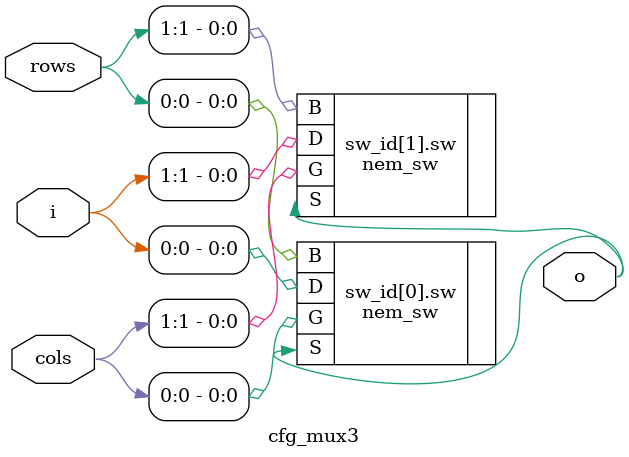
<source format=v>
module cfg_mux3 (
    input wire [2:0] i,
    output reg [0:0] o,
    input wire [2:0] rows,
    input wire [2:0] cols,
    );

    genvar j;
    generate for(j=0;j<2;j=j+1) begin: sw_id
        nem_sw sw (
            .D(i[j]),
            .S(o),
            .G(cols[j]),
            .B(rows[j])
            );
    end endgenerate
endmodule

</source>
